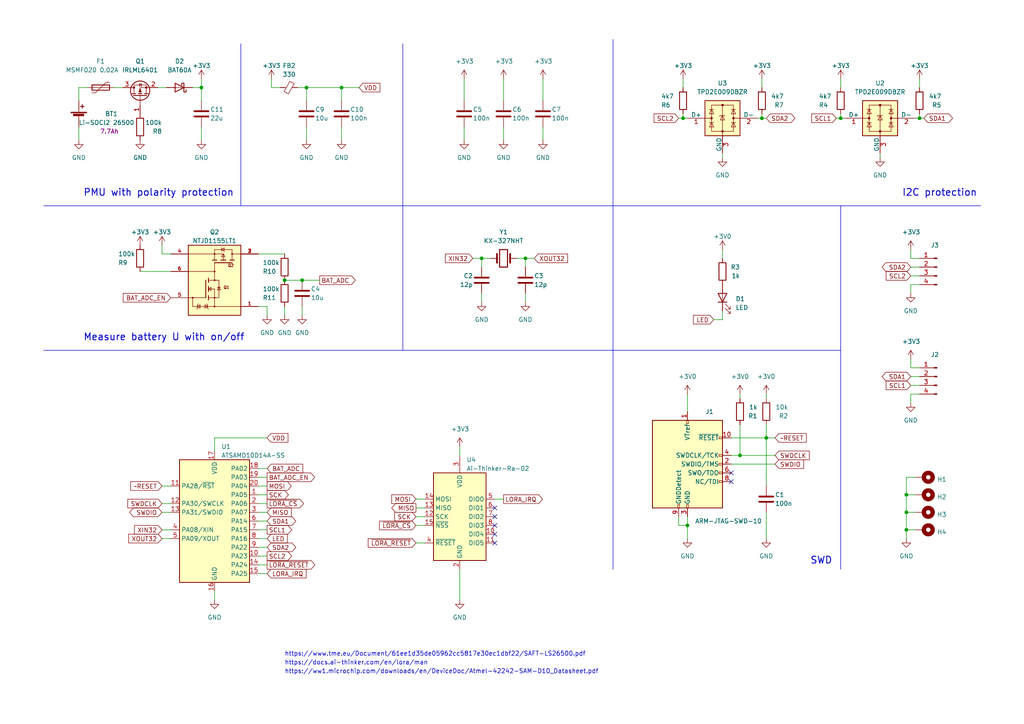
<source format=kicad_sch>
(kicad_sch (version 20230121) (generator eeschema)
  (paper "A4")
  (lib_symbols
    (symbol "Connector:Conn_01x04_Pin" (pin_names (offset 1.016) hide)
      (property "Reference" "J" (at 0 5.08 0))
      (property "Value" "Conn_01x04_Pin" (at 0 -7.62 0))
      (symbol "Conn_01x04_Pin_1_1"
        (pin passive line (at 5.08 2.54 180) (length 3.81) (name "Pin_1") (number "1"))
        (pin passive line (at 5.08 0 180) (length 3.81) (name "Pin_2") (number "2"))
        (pin passive line (at 5.08 -2.54 180) (length 3.81) (name "Pin_3") (number "3"))
        (pin passive line (at 5.08 -5.08 180) (length 3.81) (name "Pin_4") (number "4"))
      )
    )
    (symbol "Connector:Conn_ARM_JTAG_SWD_10" (pin_names (offset 1.016))
      (property "Reference" "J" (at -2.54 16.51 0))
      (property "Value" "Conn_ARM_JTAG_SWD_10" (at -2.54 13.97 0))
      (symbol "Conn_ARM_JTAG_SWD_10_1_1"
        (pin power_in line (at 0 15.24 270) (length 2.54) (name "VTref") (number "1"))
        (pin open_collector line (at 12.7 7.62 180) (length 2.54) (name "~{RESET}") (number "10"))
        (pin bidirectional line (at 12.7 0 180) (length 2.54) (name "SWDIO/TMS") (number "2"))
        (pin power_in line (at 0 -15.24 90) (length 2.54) (name "GND") (number "3"))
        (pin output line (at 12.7 2.54 180) (length 2.54) (name "SWDCLK/TCK") (number "4"))
        (pin passive line (at 0 -15.24 90) (length 2.54) hide (name "GND") (number "5"))
        (pin input line (at 12.7 -2.54 180) (length 2.54) (name "SWO/TDO") (number "6"))
        (pin no_connect line (at -10.16 0 0) (length 2.54) hide (name "KEY") (number "7"))
        (pin output line (at 12.7 -5.08 180) (length 2.54) (name "NC/TDI") (number "8"))
        (pin passive line (at -2.54 -15.24 90) (length 2.54) (name "GNDDetect") (number "9"))
      )
    )
    (symbol "Device:Battery_Cell" (pin_numbers hide) (pin_names (offset 0) hide)
      (property "Reference" "BT" (at 2.54 2.54 0))
      (property "Value" "Battery_Cell" (at 2.54 0 0))
      (symbol "Battery_Cell_1_1"
        (pin passive line (at 0 5.08 270) (length 2.54) (name "+") (number "1"))
        (pin passive line (at 0 -2.54 90) (length 2.54) (name "-") (number "2"))
      )
    )
    (symbol "Device:C" (pin_numbers hide) (pin_names (offset 0.254))
      (property "Reference" "C" (at 0.635 2.54 0))
      (property "Value" "C" (at 0.635 -2.54 0))
      (symbol "C_1_1"
        (pin passive line (at 0 3.81 270) (length 2.794) (name "~") (number "1"))
        (pin passive line (at 0 -3.81 90) (length 2.794) (name "~") (number "2"))
      )
    )
    (symbol "Device:Crystal" (pin_numbers hide) (pin_names (offset 1.016) hide)
      (property "Reference" "Y" (at 0 3.81 0))
      (property "Value" "Crystal" (at 0 -3.81 0))
      (symbol "Crystal_1_1"
        (pin passive line (at -3.81 0 0) (length 1.27) (name "1") (number "1"))
        (pin passive line (at 3.81 0 180) (length 1.27) (name "2") (number "2"))
      )
    )
    (symbol "Device:FerriteBead_Small" (pin_numbers hide) (pin_names (offset 0))
      (property "Reference" "FB" (at 1.905 1.27 0))
      (property "Value" "FerriteBead_Small" (at 1.905 -1.27 0))
      (symbol "FerriteBead_Small_1_1"
        (pin passive line (at 0 2.54 270) (length 1.27) (name "~") (number "1"))
        (pin passive line (at 0 -2.54 90) (length 1.27) (name "~") (number "2"))
      )
    )
    (symbol "Device:LED" (pin_numbers hide) (pin_names (offset 1.016) hide)
      (property "Reference" "D" (at 0 2.54 0))
      (property "Value" "LED" (at 0 -2.54 0))
      (symbol "LED_1_1"
        (pin passive line (at -3.81 0 0) (length 2.54) (name "K") (number "1"))
        (pin passive line (at 3.81 0 180) (length 2.54) (name "A") (number "2"))
      )
    )
    (symbol "Device:Polyfuse" (pin_numbers hide) (pin_names (offset 0))
      (property "Reference" "F" (at -2.54 0 90))
      (property "Value" "Polyfuse" (at 2.54 0 90))
      (symbol "Polyfuse_1_1"
        (pin passive line (at 0 3.81 270) (length 1.27) (name "~") (number "1"))
        (pin passive line (at 0 -3.81 90) (length 1.27) (name "~") (number "2"))
      )
    )
    (symbol "Device:Q_PMOS_GSD" (pin_names (offset 0) hide)
      (property "Reference" "Q" (at 5.08 1.27 0))
      (property "Value" "Q_PMOS_GSD" (at 5.08 -1.27 0))
      (symbol "Q_PMOS_GSD_1_1"
        (pin input line (at -5.08 0 0) (length 2.54) (name "G") (number "1"))
        (pin passive line (at 2.54 -5.08 90) (length 2.54) (name "S") (number "2"))
        (pin passive line (at 2.54 5.08 270) (length 2.54) (name "D") (number "3"))
      )
    )
    (symbol "Device:R" (pin_numbers hide) (pin_names (offset 0))
      (property "Reference" "R" (at 2.032 0 90))
      (property "Value" "R" (at 0 0 90))
      (symbol "R_1_1"
        (pin passive line (at 0 3.81 270) (length 1.27) (name "~") (number "1"))
        (pin passive line (at 0 -3.81 90) (length 1.27) (name "~") (number "2"))
      )
    )
    (symbol "Diode:BAT60A" (pin_numbers hide) (pin_names (offset 1.016) hide)
      (property "Reference" "D" (at 0 2.54 0))
      (property "Value" "BAT60A" (at 0 -2.54 0))
      (symbol "BAT60A_1_1"
        (pin passive line (at -3.81 0 0) (length 2.54) (name "K") (number "1"))
        (pin passive line (at 3.81 0 180) (length 2.54) (name "A") (number "2"))
      )
    )
    (symbol "MCU_Microchip_SAMD:ATSAMD10D14A-SS"
      (property "Reference" "U" (at -10.16 19.05 0))
      (property "Value" "ATSAMD10D14A-SS" (at 1.27 19.05 0))
      (symbol "ATSAMD10D14A-SS_1_1"
        (pin bidirectional line (at 12.7 7.62 180) (length 2.54) (name "PA05") (number "1"))
        (pin bidirectional line (at 12.7 -10.16 180) (length 2.54) (name "PA23") (number "10"))
        (pin bidirectional line (at -12.7 10.16 0) (length 2.54) (name "PA28/~{RST}") (number "11"))
        (pin bidirectional line (at -12.7 5.08 0) (length 2.54) (name "PA30/SWCLK") (number "12"))
        (pin bidirectional line (at -12.7 2.54 0) (length 2.54) (name "PA31/SWDIO") (number "13"))
        (pin bidirectional line (at 12.7 -12.7 180) (length 2.54) (name "PA24") (number "14"))
        (pin bidirectional line (at 12.7 -15.24 180) (length 2.54) (name "PA25") (number "15"))
        (pin power_in line (at 0 -20.32 90) (length 2.54) (name "GND") (number "16"))
        (pin power_in line (at 0 20.32 270) (length 2.54) (name "VDD") (number "17"))
        (pin bidirectional line (at 12.7 15.24 180) (length 2.54) (name "PA02") (number "18"))
        (pin bidirectional line (at 12.7 12.7 180) (length 2.54) (name "PA03") (number "19"))
        (pin bidirectional line (at 12.7 5.08 180) (length 2.54) (name "PA06") (number "2"))
        (pin bidirectional line (at 12.7 10.16 180) (length 2.54) (name "PA04") (number "20"))
        (pin bidirectional line (at 12.7 2.54 180) (length 2.54) (name "PA07") (number "3"))
        (pin bidirectional line (at -12.7 -2.54 0) (length 2.54) (name "PA08/XIN") (number "4"))
        (pin bidirectional line (at -12.7 -5.08 0) (length 2.54) (name "PA09/XOUT") (number "5"))
        (pin bidirectional line (at 12.7 0 180) (length 2.54) (name "PA14") (number "6"))
        (pin bidirectional line (at 12.7 -2.54 180) (length 2.54) (name "PA15") (number "7"))
        (pin bidirectional line (at 12.7 -5.08 180) (length 2.54) (name "PA16") (number "8"))
        (pin bidirectional line (at 12.7 -7.62 180) (length 2.54) (name "PA22") (number "9"))
      )
    )
    (symbol "Mechanical:MountingHole_Pad" (pin_numbers hide) (pin_names (offset 1.016) hide)
      (property "Reference" "H" (at 0 6.35 0))
      (property "Value" "MountingHole_Pad" (at 0 4.445 0))
      (symbol "MountingHole_Pad_1_1"
        (pin input line (at 0 -2.54 90) (length 2.54) (name "1") (number "1"))
      )
    )
    (symbol "NTJD1155LT1:NTJD1155LT1" (pin_names (offset 1.016) hide)
      (property "Reference" "Q" (at -7.62 10.668 0))
      (property "Value" "NTJD1155LT1" (at -7.62 -10.668 0))
      (symbol "NTJD1155LT1_0_0"
        (text "Q1" (at 2.54 -2.54 0) (effects (font (size 0.8128 0.8128)) (justify left bottom)))
        (text "Q2" (at 3.81 3.81 0) (effects (font (size 0.8128 0.8128)) (justify left bottom)))
        (pin passive line (at 12.7 -7.62 180) (length 5.08) (name "~") (number "1"))
        (pin passive line (at 12.7 7.62 180) (length 5.08) (name "~") (number "2"))
        (pin passive line (at 12.7 7.62 180) (length 5.08) (name "~") (number "3"))
        (pin passive line (at -12.7 7.62 0) (length 5.08) (name "~") (number "4"))
        (pin passive line (at -12.7 -5.08 0) (length 5.08) (name "~") (number "5"))
        (pin passive line (at -12.7 2.54 0) (length 5.08) (name "~") (number "6"))
      )
    )
    (symbol "Power_Protection:TPD2EUSB30A" (pin_names (offset 0))
      (property "Reference" "U" (at 0 6.35 0))
      (property "Value" "TPD2EUSB30A" (at 7.62 -7.62 0))
      (symbol "TPD2EUSB30A_1_1"
        (pin passive line (at -10.16 0 0) (length 5.08) (name "D+") (number "1"))
        (pin passive line (at 10.16 0 180) (length 5.08) (name "D-") (number "2"))
        (pin passive line (at 0 -10.16 90) (length 5.08) (name "GND") (number "3"))
      )
    )
    (symbol "RF_Module:Ai-Thinker-Ra-02"
      (property "Reference" "U" (at 2.54 19.05 0))
      (property "Value" "Ai-Thinker-Ra-02" (at 13.97 -15.24 0))
      (symbol "Ai-Thinker-Ra-02_1_1"
        (pin passive line (at 0 -15.24 90) (length 2.54) hide (name "GND") (number "1"))
        (pin bidirectional line (at 10.16 -5.08 180) (length 2.54) (name "DIO4") (number "10"))
        (pin bidirectional line (at 10.16 -7.62 180) (length 2.54) (name "DIO5") (number "11"))
        (pin input line (at -10.16 0 0) (length 2.54) (name "SCK") (number "12"))
        (pin output line (at -10.16 2.54 0) (length 2.54) (name "MISO") (number "13"))
        (pin input line (at -10.16 5.08 0) (length 2.54) (name "MOSI") (number "14"))
        (pin input line (at -10.16 -2.54 0) (length 2.54) (name "~{NSS}") (number "15"))
        (pin passive line (at 0 -15.24 90) (length 2.54) hide (name "GND") (number "16"))
        (pin power_in line (at 0 -15.24 90) (length 2.54) (name "GND") (number "2"))
        (pin power_in line (at 0 17.78 270) (length 5.08) (name "VDD") (number "3"))
        (pin input line (at -10.16 -7.62 0) (length 2.54) (name "~{RESET}") (number "4"))
        (pin bidirectional line (at 10.16 5.08 180) (length 2.54) (name "DIO0") (number "5"))
        (pin bidirectional line (at 10.16 2.54 180) (length 2.54) (name "DIO1") (number "6"))
        (pin bidirectional line (at 10.16 0 180) (length 2.54) (name "DIO2") (number "7"))
        (pin bidirectional line (at 10.16 -2.54 180) (length 2.54) (name "DIO3") (number "8"))
        (pin passive line (at 0 -15.24 90) (length 2.54) hide (name "GND") (number "9"))
      )
    )
    (symbol "power:+3V0" (power) (pin_names (offset 0))
      (property "Value" "+3V0" (at 0 3.556 0))
      (symbol "+3V0_1_1"
        (pin power_in line (at 0 0 90) (length 0) hide (name "+3V0") (number "1"))
      )
    )
    (symbol "power:+3V3" (power) (pin_names (offset 0))
      (property "Value" "+3V3" (at 0 3.556 0))
      (symbol "+3V3_1_1"
        (pin power_in line (at 0 0 90) (length 0) hide (name "+3V3") (number "1"))
      )
    )
    (symbol "power:GND" (power) (pin_names (offset 0))
      (property "Value" "GND" (at 0 -3.81 0))
      (symbol "GND_1_1"
        (pin power_in line (at 0 0 270) (length 0) hide (name "GND") (number "1"))
      )
    )
  )
  (junction (at 152.4 74.93))
  (junction (at 139.7 74.93))
  (junction (at 243.84 34.29))
  (junction (at 88.9 25.4))
  (junction (at 87.63 81.28))
  (junction (at 82.55 81.28))
  (junction (at 262.89 148.59))
  (junction (at 220.98 34.29))
  (junction (at 266.7 34.29))
  (junction (at 199.39 152.4))
  (junction (at 58.42 25.4))
  (junction (at 262.89 153.67))
  (junction (at 222.25 127))
  (junction (at 99.06 25.4))
  (junction (at 262.89 143.51))
  (junction (at 214.63 132.08))
  (junction (at 198.12 34.29))
  (no_connect (at 143.51 152.4))
  (no_connect (at 143.51 157.48))
  (no_connect (at 143.51 154.94))
  (no_connect (at 143.51 147.32))
  (no_connect (at 143.51 149.86))
  (no_connect (at 212.09 137.16))
  (no_connect (at 212.09 139.7))
  (wire (pts (xy 207.01 92.71) (xy 209.55 92.71)))
  (wire (pts (xy 242.57 34.29) (xy 243.84 34.29)))
  (wire (pts (xy 77.47 140.97) (xy 74.93 140.97)))
  (wire (pts (xy 62.23 127) (xy 62.23 130.81)))
  (wire (pts (xy 199.39 152.4) (xy 199.39 149.86)))
  (polyline (pts (xy 177.8 101.6) (xy 243.84 101.6)))
  (wire (pts (xy 120.65 149.86) (xy 123.19 149.86)))
  (wire (pts (xy 266.7 22.86) (xy 266.7 25.4)))
  (wire (pts (xy 222.25 148.59) (xy 222.25 156.21)))
  (polyline (pts (xy 12.7 59.69) (xy 284.48 59.69)))
  (wire (pts (xy 152.4 74.93) (xy 154.94 74.93)))
  (wire (pts (xy 264.16 116.84) (xy 264.16 114.3)))
  (wire (pts (xy 82.55 81.28) (xy 87.63 81.28)))
  (wire (pts (xy 152.4 77.47) (xy 152.4 74.93)))
  (wire (pts (xy 74.93 138.43) (xy 77.47 138.43)))
  (wire (pts (xy 22.86 25.4) (xy 25.4 25.4)))
  (wire (pts (xy 224.79 134.62) (xy 212.09 134.62)))
  (wire (pts (xy 77.47 161.29) (xy 74.93 161.29)))
  (wire (pts (xy 99.06 25.4) (xy 104.14 25.4)))
  (polyline (pts (xy 243.84 59.69) (xy 243.84 165.1)))
  (wire (pts (xy 74.93 135.89) (xy 77.47 135.89)))
  (wire (pts (xy 77.47 127) (xy 62.23 127)))
  (wire (pts (xy 139.7 74.93) (xy 142.24 74.93)))
  (wire (pts (xy 264.16 106.68) (xy 266.7 106.68)))
  (wire (pts (xy 77.47 146.05) (xy 74.93 146.05)))
  (wire (pts (xy 58.42 36.83) (xy 58.42 40.64)))
  (wire (pts (xy 222.25 123.19) (xy 222.25 127)))
  (wire (pts (xy 220.98 22.86) (xy 220.98 25.4)))
  (polyline (pts (xy 116.84 101.6) (xy 177.8 101.6)))
  (wire (pts (xy 146.05 22.86) (xy 146.05 29.21)))
  (wire (pts (xy 262.89 148.59) (xy 262.89 143.51)))
  (wire (pts (xy 137.16 74.93) (xy 139.7 74.93)))
  (wire (pts (xy 264.16 77.47) (xy 266.7 77.47)))
  (wire (pts (xy 146.05 144.78) (xy 143.51 144.78)))
  (wire (pts (xy 224.79 127) (xy 222.25 127)))
  (wire (pts (xy 78.74 22.86) (xy 78.74 25.4)))
  (wire (pts (xy 264.16 85.09) (xy 264.16 82.55)))
  (wire (pts (xy 157.48 40.64) (xy 157.48 36.83)))
  (wire (pts (xy 120.65 152.4) (xy 123.19 152.4)))
  (wire (pts (xy 99.06 25.4) (xy 99.06 29.21)))
  (wire (pts (xy 88.9 25.4) (xy 88.9 29.21)))
  (wire (pts (xy 243.84 33.02) (xy 243.84 34.29)))
  (wire (pts (xy 222.25 140.97) (xy 222.25 127)))
  (wire (pts (xy 46.99 146.05) (xy 49.53 146.05)))
  (wire (pts (xy 198.12 22.86) (xy 198.12 25.4)))
  (wire (pts (xy 77.47 153.67) (xy 74.93 153.67)))
  (wire (pts (xy 209.55 72.39) (xy 209.55 74.93)))
  (wire (pts (xy 152.4 87.63) (xy 152.4 85.09)))
  (wire (pts (xy 99.06 40.64) (xy 99.06 36.83)))
  (wire (pts (xy 74.93 73.66) (xy 82.55 73.66)))
  (wire (pts (xy 266.7 33.02) (xy 266.7 34.29)))
  (wire (pts (xy 222.25 114.3) (xy 222.25 115.57)))
  (wire (pts (xy 264.16 109.22) (xy 266.7 109.22)))
  (wire (pts (xy 22.86 29.21) (xy 22.86 25.4)))
  (wire (pts (xy 146.05 40.64) (xy 146.05 36.83)))
  (wire (pts (xy 46.99 71.12) (xy 46.99 73.66)))
  (wire (pts (xy 78.74 25.4) (xy 81.28 25.4)))
  (wire (pts (xy 120.65 147.32) (xy 123.19 147.32)))
  (wire (pts (xy 262.89 143.51) (xy 262.89 138.43)))
  (wire (pts (xy 139.7 77.47) (xy 139.7 74.93)))
  (polyline (pts (xy 177.8 11.43) (xy 177.8 59.69)))
  (wire (pts (xy 264.16 74.93) (xy 266.7 74.93)))
  (wire (pts (xy 134.62 22.86) (xy 134.62 29.21)))
  (wire (pts (xy 87.63 81.28) (xy 92.71 81.28)))
  (wire (pts (xy 214.63 132.08) (xy 224.79 132.08)))
  (wire (pts (xy 212.09 132.08) (xy 214.63 132.08)))
  (wire (pts (xy 58.42 29.21) (xy 58.42 25.4)))
  (wire (pts (xy 262.89 153.67) (xy 262.89 148.59)))
  (wire (pts (xy 46.99 153.67) (xy 49.53 153.67)))
  (wire (pts (xy 88.9 40.64) (xy 88.9 36.83)))
  (wire (pts (xy 198.12 34.29) (xy 199.39 34.29)))
  (wire (pts (xy 196.85 152.4) (xy 199.39 152.4)))
  (wire (pts (xy 77.47 148.59) (xy 74.93 148.59)))
  (wire (pts (xy 58.42 25.4) (xy 58.42 22.86)))
  (wire (pts (xy 88.9 25.4) (xy 99.06 25.4)))
  (wire (pts (xy 196.85 149.86) (xy 196.85 152.4)))
  (wire (pts (xy 264.16 111.76) (xy 266.7 111.76)))
  (polyline (pts (xy 12.7 101.6) (xy 116.84 101.6)))
  (wire (pts (xy 134.62 40.64) (xy 134.62 36.83)))
  (wire (pts (xy 40.64 78.74) (xy 49.53 78.74)))
  (wire (pts (xy 55.88 25.4) (xy 58.42 25.4)))
  (wire (pts (xy 46.99 73.66) (xy 49.53 73.66)))
  (wire (pts (xy 243.84 34.29) (xy 245.11 34.29)))
  (polyline (pts (xy 69.85 12.7) (xy 69.85 59.69)))
  (wire (pts (xy 120.65 157.48) (xy 123.19 157.48)))
  (wire (pts (xy 220.98 34.29) (xy 222.25 34.29)))
  (wire (pts (xy 265.43 34.29) (xy 266.7 34.29)))
  (wire (pts (xy 48.26 25.4) (xy 45.72 25.4)))
  (wire (pts (xy 198.12 33.02) (xy 198.12 34.29)))
  (wire (pts (xy 196.85 34.29) (xy 198.12 34.29)))
  (wire (pts (xy 22.86 36.83) (xy 22.86 40.64)))
  (wire (pts (xy 74.93 166.37) (xy 77.47 166.37)))
  (wire (pts (xy 209.55 44.45) (xy 209.55 45.72)))
  (wire (pts (xy 214.63 123.19) (xy 214.63 132.08)))
  (wire (pts (xy 46.99 140.97) (xy 49.53 140.97)))
  (wire (pts (xy 262.89 138.43) (xy 265.43 138.43)))
  (wire (pts (xy 74.93 163.83) (xy 77.47 163.83)))
  (wire (pts (xy 264.16 72.39) (xy 264.16 74.93)))
  (wire (pts (xy 133.35 165.1) (xy 133.35 173.99)))
  (wire (pts (xy 33.02 25.4) (xy 35.56 25.4)))
  (wire (pts (xy 157.48 22.86) (xy 157.48 29.21)))
  (wire (pts (xy 199.39 156.21) (xy 199.39 152.4)))
  (wire (pts (xy 86.36 25.4) (xy 88.9 25.4)))
  (wire (pts (xy 77.47 151.13) (xy 74.93 151.13)))
  (wire (pts (xy 214.63 114.3) (xy 214.63 115.57)))
  (wire (pts (xy 46.99 156.21) (xy 49.53 156.21)))
  (wire (pts (xy 262.89 148.59) (xy 265.43 148.59)))
  (wire (pts (xy 243.84 22.86) (xy 243.84 25.4)))
  (wire (pts (xy 77.47 158.75) (xy 74.93 158.75)))
  (wire (pts (xy 62.23 173.99) (xy 62.23 171.45)))
  (wire (pts (xy 262.89 153.67) (xy 265.43 153.67)))
  (wire (pts (xy 87.63 91.44) (xy 87.63 88.9)))
  (wire (pts (xy 220.98 33.02) (xy 220.98 34.29)))
  (wire (pts (xy 264.16 114.3) (xy 266.7 114.3)))
  (wire (pts (xy 262.89 143.51) (xy 265.43 143.51)))
  (wire (pts (xy 77.47 143.51) (xy 74.93 143.51)))
  (wire (pts (xy 82.55 88.9) (xy 82.55 91.44)))
  (wire (pts (xy 120.65 144.78) (xy 123.19 144.78)))
  (wire (pts (xy 209.55 92.71) (xy 209.55 90.17)))
  (polyline (pts (xy 116.84 12.7) (xy 116.84 59.69)))
  (wire (pts (xy 264.16 104.14) (xy 264.16 106.68)))
  (wire (pts (xy 77.47 156.21) (xy 74.93 156.21)))
  (wire (pts (xy 255.27 44.45) (xy 255.27 45.72)))
  (wire (pts (xy 264.16 80.01) (xy 266.7 80.01)))
  (wire (pts (xy 219.71 34.29) (xy 220.98 34.29)))
  (wire (pts (xy 212.09 127) (xy 222.25 127)))
  (wire (pts (xy 133.35 129.54) (xy 133.35 132.08)))
  (wire (pts (xy 266.7 34.29) (xy 267.97 34.29)))
  (wire (pts (xy 139.7 87.63) (xy 139.7 85.09)))
  (polyline (pts (xy 116.84 101.6) (xy 116.84 59.69)))
  (wire (pts (xy 77.47 88.9) (xy 74.93 88.9)))
  (wire (pts (xy 77.47 91.44) (xy 77.47 88.9)))
  (wire (pts (xy 264.16 82.55) (xy 266.7 82.55)))
  (wire (pts (xy 46.99 148.59) (xy 49.53 148.59)))
  (wire (pts (xy 262.89 156.21) (xy 262.89 153.67)))
  (polyline (pts (xy 177.8 59.69) (xy 177.8 165.1)))
  (wire (pts (xy 199.39 114.3) (xy 199.39 119.38)))
  (wire (pts (xy 152.4 74.93) (xy 149.86 74.93)))
  (text "https://ww1.microchip.com/downloads/en/DeviceDoc/Atmel-42242-SAM-D10_Datasheet.pdf" (at 82.55 195.58 0) (effects (font (size 1.27 1.27)) (justify left bottom)))
  (text "PMU with polarity protection" (at 24.13 57.15 0) (effects (font (size 2 2) (thickness 0.254) bold) (justify left bottom)))
  (text "SWD\n" (at 234.95 163.83 0) (effects (font (size 2 2) (thickness 0.254) bold) (justify left bottom)))
  (text "I2C protection\n" (at 261.62 57.15 0) (effects (font (size 2 2) (thickness 0.254) bold) (justify left bottom)))
  (text "https://www.tme.eu/Document/61ee1d35de05962cc5817e30ec1dbf22/SAFT-LS26500.pdf" (at 82.55 190.5 0) (effects (font (size 1.27 1.27)) (justify left bottom)))
  (text "https://docs.ai-thinker.com/en/lora/man" (at 82.55 193.04 0) (effects (font (size 1.27 1.27)) (justify left bottom)))
  (text "Measure battery U with on/off\n" (at 24.13 99.06 0) (effects (font (size 2 2) (thickness 0.254) bold) (justify left bottom)))
  (global_label "SCL2" (shape input) (at 196.85 34.29 180) (property "Intersheetrefs" "${INTERSHEET_REFS}" (effects hide)))
  (global_label "SCL1" (shape output) (at 77.47 153.67 0) (property "Intersheetrefs" "${INTERSHEET_REFS}" (effects hide)))
  (global_label "~RESET" (shape input) (at 224.79 127 0) (property "Intersheetrefs" "${INTERSHEET_REFS}" (effects hide)))
  (global_label "BAT_ADC" (shape input) (at 77.47 135.89 0) (property "Intersheetrefs" "${INTERSHEET_REFS}" (effects hide)))
  (global_label "VDD" (shape input) (at 77.47 127 0) (property "Intersheetrefs" "${INTERSHEET_REFS}" (effects hide)))
  (global_label "SCL1" (shape input) (at 264.16 111.76 180) (property "Intersheetrefs" "${INTERSHEET_REFS}" (effects hide)))
  (global_label "~{LORA_CS}" (shape input) (at 120.65 152.4 180) (property "Intersheetrefs" "${INTERSHEET_REFS}" (effects hide)))
  (global_label "SWDIO" (shape input) (at 224.79 134.62 0) (property "Intersheetrefs" "${INTERSHEET_REFS}" (effects hide)))
  (global_label "SDA1" (shape bidirectional) (at 77.47 151.13 0) (property "Intersheetrefs" "${INTERSHEET_REFS}" (effects hide)))
  (global_label "SDA1" (shape bidirectional) (at 264.16 109.22 180) (property "Intersheetrefs" "${INTERSHEET_REFS}" (effects hide)))
  (global_label "MOSI" (shape output) (at 77.47 140.97 0) (property "Intersheetrefs" "${INTERSHEET_REFS}" (effects hide)))
  (global_label "XOUT32" (shape input) (at 46.99 156.21 180) (property "Intersheetrefs" "${INTERSHEET_REFS}" (effects hide)))
  (global_label "LORA_IRQ" (shape output) (at 146.05 144.78 0) (property "Intersheetrefs" "${INTERSHEET_REFS}" (effects hide)))
  (global_label "SDA2" (shape bidirectional) (at 264.16 77.47 180) (property "Intersheetrefs" "${INTERSHEET_REFS}" (effects hide)))
  (global_label "XIN32" (shape input) (at 46.99 153.67 180) (property "Intersheetrefs" "${INTERSHEET_REFS}" (effects hide)))
  (global_label "SWDCLK" (shape input) (at 46.99 146.05 180) (property "Intersheetrefs" "${INTERSHEET_REFS}" (effects hide)))
  (global_label "SCL2" (shape input) (at 264.16 80.01 180) (property "Intersheetrefs" "${INTERSHEET_REFS}" (effects hide)))
  (global_label "LED" (shape input) (at 207.01 92.71 180) (property "Intersheetrefs" "${INTERSHEET_REFS}" (effects hide)))
  (global_label "~{LORA_RESET}" (shape output) (at 77.47 163.83 0) (property "Intersheetrefs" "${INTERSHEET_REFS}" (effects hide)))
  (global_label "MISO" (shape output) (at 120.65 147.32 180) (property "Intersheetrefs" "${INTERSHEET_REFS}" (effects hide)))
  (global_label "~{LORA_RESET}" (shape input) (at 120.65 157.48 180) (property "Intersheetrefs" "${INTERSHEET_REFS}" (effects hide)))
  (global_label "XIN32" (shape input) (at 137.16 74.93 180) (property "Intersheetrefs" "${INTERSHEET_REFS}" (effects hide)))
  (global_label "LED" (shape input) (at 77.47 156.21 0) (property "Intersheetrefs" "${INTERSHEET_REFS}" (effects hide)))
  (global_label "MISO" (shape input) (at 77.47 148.59 0) (property "Intersheetrefs" "${INTERSHEET_REFS}" (effects hide)))
  (global_label "~{LORA_CS}" (shape output) (at 77.47 146.05 0) (property "Intersheetrefs" "${INTERSHEET_REFS}" (effects hide)))
  (global_label "LORA_IRQ" (shape input) (at 77.47 166.37 0) (property "Intersheetrefs" "${INTERSHEET_REFS}" (effects hide)))
  (global_label "SWDIO" (shape bidirectional) (at 46.99 148.59 180) (property "Intersheetrefs" "${INTERSHEET_REFS}" (effects hide)))
  (global_label "SCL1" (shape input) (at 242.57 34.29 180) (property "Intersheetrefs" "${INTERSHEET_REFS}" (effects hide)))
  (global_label "BAT_ADC" (shape output) (at 92.71 81.28 0) (property "Intersheetrefs" "${INTERSHEET_REFS}" (effects hide)))
  (global_label "~RESET" (shape input) (at 46.99 140.97 180) (property "Intersheetrefs" "${INTERSHEET_REFS}" (effects hide)))
  (global_label "SWDCLK" (shape input) (at 224.79 132.08 0) (property "Intersheetrefs" "${INTERSHEET_REFS}" (effects hide)))
  (global_label "BAT_ADC_EN" (shape output) (at 77.47 138.43 0) (property "Intersheetrefs" "${INTERSHEET_REFS}" (effects hide)))
  (global_label "SDA2" (shape bidirectional) (at 77.47 158.75 0) (property "Intersheetrefs" "${INTERSHEET_REFS}" (effects hide)))
  (global_label "BAT_ADC_EN" (shape input) (at 49.53 86.36 180) (property "Intersheetrefs" "${INTERSHEET_REFS}" (effects hide)))
  (global_label "VDD" (shape input) (at 104.14 25.4 0) (property "Intersheetrefs" "${INTERSHEET_REFS}" (effects hide)))
  (global_label "SCK" (shape output) (at 77.47 143.51 0) (property "Intersheetrefs" "${INTERSHEET_REFS}" (effects hide)))
  (global_label "XOUT32" (shape input) (at 154.94 74.93 0) (property "Intersheetrefs" "${INTERSHEET_REFS}" (effects hide)))
  (global_label "MOSI" (shape input) (at 120.65 144.78 180) (property "Intersheetrefs" "${INTERSHEET_REFS}" (effects hide)))
  (global_label "SDA1" (shape bidirectional) (at 267.97 34.29 0) (property "Intersheetrefs" "${INTERSHEET_REFS}" (effects hide)))
  (global_label "SCL2" (shape output) (at 77.47 161.29 0) (property "Intersheetrefs" "${INTERSHEET_REFS}" (effects hide)))
  (global_label "SCK" (shape input) (at 120.65 149.86 180) (property "Intersheetrefs" "${INTERSHEET_REFS}" (effects hide)))
  (global_label "SDA2" (shape bidirectional) (at 222.25 34.29 0) (property "Intersheetrefs" "${INTERSHEET_REFS}" (effects hide)))
  (symbol (lib_id "power:GND") (at 77.47 91.44 0) (mirror y) (unit 1)
    (property "Reference" "#PWR014" (effects hide))
    (property "Value" "GND" (at 77.47 96.52 0))
  )
  (symbol (lib_id "Device:R") (at 214.63 119.38 0) (unit 1)
    (property "Reference" "R1" (at 219.71 120.65 0) (effects (justify right)))
    (property "Value" "1k" (at 219.71 118.11 0) (effects (justify right)))
    (property "Footprint" "Resistor_SMD:R_0805_2012Metric_Pad1.20x1.40mm_HandSolder" (effects hide))
  )
  (symbol (lib_id "power:GND") (at 152.4 87.63 0) (unit 1)
    (property "Reference" "#PWR08" (effects hide))
    (property "Value" "GND" (at 152.4 92.71 0))
  )
  (symbol (lib_id "power:GND") (at 40.64 40.64 0) (unit 1)
    (property "Reference" "#PWR029" (effects hide))
    (property "Value" "GND" (at 40.64 45.72 0))
  )
  (symbol (lib_id "Device:C") (at 222.25 144.78 0) (unit 1)
    (property "Reference" "C1" (at 224.79 143.51 0) (effects (justify left)))
    (property "Value" "100n" (at 224.79 146.05 0) (effects (justify left)))
    (property "Footprint" "Capacitor_SMD:C_0805_2012Metric_Pad1.18x1.45mm_HandSolder" (effects hide))
  )
  (symbol (lib_id "Device:C") (at 134.62 33.02 0) (unit 1)
    (property "Reference" "C5" (at 137.16 31.75 0) (effects (justify left)))
    (property "Value" "100n" (at 137.16 34.29 0) (effects (justify left)))
    (property "Footprint" "Capacitor_SMD:C_0805_2012Metric_Pad1.18x1.45mm_HandSolder" (effects hide))
  )
  (symbol (lib_id "power:GND") (at 264.16 116.84 0) (unit 1)
    (property "Reference" "#PWR039" (effects hide))
    (property "Value" "GND" (at 264.16 121.92 0))
  )
  (symbol (lib_id "Device:R") (at 40.64 74.93 0) (mirror y) (unit 1)
    (property "Reference" "R9" (at 34.29 76.2 0) (effects (justify right)))
    (property "Value" "100k" (at 34.29 73.66 0) (effects (justify right)))
    (property "Footprint" "Resistor_SMD:R_0805_2012Metric_Pad1.20x1.40mm_HandSolder" (effects hide))
  )
  (symbol (lib_id "Device:LED") (at 209.55 86.36 90) (unit 1)
    (property "Reference" "D1" (at 213.36 86.6774 90) (effects (justify right)))
    (property "Value" "LED" (at 213.36 89.2174 90) (effects (justify right)))
    (property "Footprint" "LED_SMD:LED_0805_2012Metric_Pad1.15x1.40mm_HandSolder" (effects hide))
  )
  (symbol (lib_id "power:+3V3") (at 78.74 22.86 0) (unit 1)
    (property "Reference" "#PWR018" (effects hide))
    (property "Value" "+3V6" (at 78.74 19.05 0))
  )
  (symbol (lib_id "power:GND") (at 22.86 40.64 0) (unit 1)
    (property "Reference" "#PWR031" (effects hide))
    (property "Value" "GND" (at 22.86 45.72 0))
  )
  (symbol (lib_id "power:GND") (at 133.35 173.99 0) (mirror y) (unit 1)
    (property "Reference" "#PWR011" (effects hide))
    (property "Value" "GND" (at 133.35 179.07 0))
  )
  (symbol (lib_id "power:GND") (at 99.06 40.64 0) (unit 1)
    (property "Reference" "#PWR020" (effects hide))
    (property "Value" "GND" (at 99.06 45.72 0))
  )
  (symbol (lib_id "Device:C") (at 58.42 33.02 0) (unit 1)
    (property "Reference" "C11" (at 60.96 31.75 0) (effects (justify left)))
    (property "Value" "22u" (at 60.96 34.29 0) (effects (justify left)))
    (property "Footprint" "Capacitor_SMD:C_1206_3216Metric_Pad1.33x1.80mm_HandSolder" (effects hide))
  )
  (symbol (lib_id "power:GND") (at 88.9 40.64 0) (unit 1)
    (property "Reference" "#PWR019" (effects hide))
    (property "Value" "GND" (at 88.9 45.72 0))
  )
  (symbol (lib_id "Device:R") (at 209.55 78.74 0) (unit 1)
    (property "Reference" "R3" (at 214.63 77.47 0) (effects (justify right)))
    (property "Value" "1k" (at 214.63 80.01 0) (effects (justify right)))
    (property "Footprint" "Resistor_SMD:R_0805_2012Metric_Pad1.20x1.40mm_HandSolder" (effects hide))
  )
  (symbol (lib_id "power:GND") (at 139.7 87.63 0) (unit 1)
    (property "Reference" "#PWR07" (effects hide))
    (property "Value" "GND" (at 139.7 92.71 0))
  )
  (symbol (lib_id "Device:C") (at 99.06 33.02 0) (unit 1)
    (property "Reference" "C10" (at 101.6 31.75 0) (effects (justify left)))
    (property "Value" "100n" (at 101.6 34.29 0) (effects (justify left)))
    (property "Footprint" "Capacitor_SMD:C_0805_2012Metric_Pad1.18x1.45mm_HandSolder" (effects hide))
  )
  (symbol (lib_id "Device:R") (at 40.64 36.83 0) (unit 1)
    (property "Reference" "R8" (at 46.99 38.1 0) (effects (justify right)))
    (property "Value" "100k" (at 46.99 35.56 0) (effects (justify right)))
    (property "Footprint" "Resistor_SMD:R_0805_2012Metric_Pad1.20x1.40mm_HandSolder" (effects hide))
  )
  (symbol (lib_id "power:+3V3") (at 198.12 22.86 0) (unit 1)
    (property "Reference" "#PWR022" (effects hide))
    (property "Value" "+3V6" (at 198.12 19.05 0))
  )
  (symbol (lib_id "Connector:Conn_ARM_JTAG_SWD_10") (at 199.39 134.62 0) (unit 1)
    (property "Reference" "J1" (at 207.01 119.38 0) (effects (justify right)))
    (property "Value" "ARM-JTAG-SWD-10" (at 220.98 151.13 0) (effects (justify right)))
    (property "Footprint" "Connector_PinHeader_2.54mm:PinHeader_2x05_P2.54mm_Vertical" (effects hide))
    (property "Datasheet" "http://infocenter.arm.com/help/topic/com.arm.doc.ddi0314h/DDI0314H_coresight_components_trm.pdf" (effects hide))
  )
  (symbol (lib_id "power:+3V3") (at 266.7 22.86 0) (unit 1)
    (property "Reference" "#PWR027" (effects hide))
    (property "Value" "+3V6" (at 266.7 19.05 0))
  )
  (symbol (lib_id "power:+3V3") (at 264.16 72.39 0) (unit 1)
    (property "Reference" "#PWR037" (effects hide))
    (property "Value" "+3V6" (at 261.62 67.31 0) (effects (justify left)))
  )
  (symbol (lib_id "Device:Q_PMOS_GSD") (at 40.64 27.94 90) (unit 1)
    (property "Reference" "Q1" (at 40.64 17.78 90))
    (property "Value" "IRLML6401" (at 40.64 20.32 90))
    (property "Footprint" "Package_TO_SOT_SMD:SOT-23" (effects hide))
  )
  (symbol (lib_id "power:GND") (at 199.39 156.21 0) (unit 1)
    (property "Reference" "#PWR02" (effects hide))
    (property "Value" "GND" (at 199.39 161.29 0))
  )
  (symbol (lib_id "Mechanical:MountingHole_Pad") (at 267.97 148.59 270) (unit 1)
    (property "Reference" "H3" (at 271.78 149.225 90) (effects (justify left)))
    (property "Value" "MountingHole_Pad" (effects hide))
    (property "Footprint" "MountingHole:MountingHole_3.2mm_M3_Pad_Via" (effects hide))
  )
  (symbol (lib_id "Mechanical:MountingHole_Pad") (at 267.97 138.43 270) (unit 1)
    (property "Reference" "H1" (at 271.78 139.065 90) (effects (justify left)))
    (property "Value" "MountingHole_Pad" (effects hide))
    (property "Footprint" "MountingHole:MountingHole_3.2mm_M3_Pad_Via" (effects hide))
  )
  (symbol (lib_id "Device:Crystal") (at 146.05 74.93 0) (unit 1)
    (property "Reference" "Y1" (at 146.05 67.31 0))
    (property "Value" "KX-327NHT" (at 146.05 69.85 0))
    (property "Footprint" "Crystal:Crystal_SMD_EuroQuartz_EQ161-2Pin_3.2x1.5mm_HandSoldering" (effects hide))
  )
  (symbol (lib_id "Device:R") (at 222.25 119.38 0) (unit 1)
    (property "Reference" "R2" (at 228.6 120.65 0) (effects (justify right)))
    (property "Value" "10k" (at 228.6 118.11 0) (effects (justify right)))
    (property "Footprint" "Resistor_SMD:R_0805_2012Metric_Pad1.20x1.40mm_HandSolder" (effects hide))
  )
  (symbol (lib_id "Device:C") (at 87.63 85.09 0) (unit 1)
    (property "Reference" "C4" (at 90.17 83.82 0) (effects (justify left)))
    (property "Value" "10u" (at 90.17 86.36 0) (effects (justify left)))
    (property "Footprint" "Capacitor_SMD:C_0805_2012Metric_Pad1.18x1.45mm_HandSolder" (effects hide))
  )
  (symbol (lib_id "RF_Module:Ai-Thinker-Ra-02") (at 133.35 149.86 0) (unit 1)
    (property "Reference" "U4" (at 135.3059 133.35 0) (effects (justify left)))
    (property "Value" "Ai-Thinker-Ra-02" (at 135.3059 135.89 0) (effects (justify left)))
    (property "Footprint" "RF_Module:Ai-Thinker-Ra-01-LoRa" (effects hide))
    (property "Datasheet" "http://wiki.ai-thinker.com/_media/lora/docs/c048ps01a1_ra-02_product_specification_v1.1.pdf" (effects hide))
  )
  (symbol (lib_id "Power_Protection:TPD2EUSB30A") (at 255.27 34.29 0) (unit 1)
    (property "Reference" "U2" (at 255.27 24.13 0))
    (property "Value" "TPD2E009DBZR" (at 255.27 26.67 0))
    (property "Footprint" "Package_TO_SOT_SMD:SOT-23" (effects hide))
    (property "Datasheet" "http://www.ti.com/lit/ds/symlink/tpd2eusb30a.pdf" (effects hide))
  )
  (symbol (lib_id "power:+3V3") (at 157.48 22.86 0) (unit 1)
    (property "Reference" "#PWR032" (effects hide))
    (property "Value" "+3V6" (at 154.94 17.78 0) (effects (justify left)))
  )
  (symbol (lib_id "power:GND") (at 146.05 40.64 0) (unit 1)
    (property "Reference" "#PWR017" (effects hide))
    (property "Value" "GND" (at 146.05 45.72 0))
  )
  (symbol (lib_id "power:GND") (at 264.16 85.09 0) (unit 1)
    (property "Reference" "#PWR038" (effects hide))
    (property "Value" "GND" (at 264.16 90.17 0))
  )
  (symbol (lib_id "Device:R") (at 198.12 29.21 0) (mirror y) (unit 1)
    (property "Reference" "R6" (at 191.77 30.48 0) (effects (justify right)))
    (property "Value" "4k7" (at 191.77 27.94 0) (effects (justify right)))
    (property "Footprint" "Resistor_SMD:R_0805_2012Metric_Pad1.20x1.40mm_HandSolder" (effects hide))
  )
  (symbol (lib_id "NTJD1155LT1:NTJD1155LT1") (at 62.23 81.28 0) (unit 1)
    (property "Reference" "Q2" (at 62.23 67.31 0))
    (property "Value" "NTJD1155LT1" (at 62.23 69.85 0))
    (property "Footprint" "Package_TO_SOT_SMD:SOT-363_SC-70-6_Handsoldering" (effects hide))
    (property "Datasheet" "https://www.mouser.pl/datasheet/2/427/si1869dh-1766373.pdf" (effects hide))
    (property "STANDARD" "Manufacturer recommendations" (effects hide))
    (property "MAXIMUM_PACKAGE_HEIGHT" "1.1mm" (effects hide))
    (property "MANUFACTURER" "ON Semiconductor" (effects hide))
    (property "PARTREV" "Rev. 6" (effects hide))
    (property "ALTERNATIVE" "Si1869DH" (effects hide))
  )
  (symbol (lib_id "power:+3V3") (at 58.42 22.86 0) (unit 1)
    (property "Reference" "#PWR028" (effects hide))
    (property "Value" "+3V6" (at 58.42 19.05 0))
  )
  (symbol (lib_id "Device:R") (at 220.98 29.21 0) (unit 1)
    (property "Reference" "R7" (at 227.33 30.48 0) (effects (justify right)))
    (property "Value" "4k7" (at 227.33 27.94 0) (effects (justify right)))
    (property "Footprint" "Resistor_SMD:R_0805_2012Metric_Pad1.20x1.40mm_HandSolder" (effects hide))
  )
  (symbol (lib_id "MCU_Microchip_SAMD:ATSAMD10D14A-SS") (at 62.23 151.13 0) (unit 1)
    (property "Reference" "U1" (at 64.1859 129.54 0) (effects (justify left)))
    (property "Value" "ATSAMD10D14A-SS" (at 64.1859 132.08 0) (effects (justify left)))
    (property "Footprint" "Package_SO:SOIC-20W_7.5x12.8mm_P1.27mm" (effects hide))
    (property "Datasheet" "http://ww1.microchip.com/downloads/en/DeviceDoc/Atmel-42242-SAM-D10_Datasheet.pdf" (effects hide))
  )
  (symbol (lib_id "Connector:Conn_01x04_Pin") (at 271.78 109.22 0) (mirror y) (unit 1)
    (property "Reference" "J2" (at 271.145 102.87 0))
    (property "Value" "Conn_01x04_Pin" (effects hide))
    (property "Footprint" "Connector_Wire:SolderWire-0.1sqmm_1x04_P3.6mm_D0.4mm_OD1mm_Relief" (effects hide))
  )
  (symbol (lib_id "Device:R") (at 243.84 29.21 0) (mirror y) (unit 1)
    (property "Reference" "R4" (at 237.49 30.48 0) (effects (justify right)))
    (property "Value" "4k7" (at 237.49 27.94 0) (effects (justify right)))
    (property "Footprint" "Resistor_SMD:R_0805_2012Metric_Pad1.20x1.40mm_HandSolder" (effects hide))
  )
  (symbol (lib_id "power:+3V0") (at 214.63 114.3 0) (unit 1)
    (property "Reference" "#PWR03" (effects hide))
    (property "Value" "+3V6" (at 214.63 109.22 0))
  )
  (symbol (lib_id "power:GND") (at 82.55 91.44 0) (mirror y) (unit 1)
    (property "Reference" "#PWR035" (effects hide))
    (property "Value" "GND" (at 82.55 96.52 0))
  )
  (symbol (lib_id "power:+3V0") (at 222.25 114.3 0) (unit 1)
    (property "Reference" "#PWR04" (effects hide))
    (property "Value" "+3V6" (at 222.25 109.22 0))
  )
  (symbol (lib_id "Device:C") (at 88.9 33.02 0) (unit 1)
    (property "Reference" "C9" (at 91.44 31.75 0) (effects (justify left)))
    (property "Value" "10u" (at 91.44 34.29 0) (effects (justify left)))
    (property "Footprint" "Capacitor_SMD:C_0805_2012Metric_Pad1.18x1.45mm_HandSolder" (effects hide))
  )
  (symbol (lib_id "power:GND") (at 255.27 45.72 0) (unit 1)
    (property "Reference" "#PWR023" (effects hide))
    (property "Value" "GND" (at 255.27 50.8 0))
  )
  (symbol (lib_id "Device:C") (at 152.4 81.28 0) (unit 1)
    (property "Reference" "C3" (at 154.94 80.01 0) (effects (justify left)))
    (property "Value" "12p" (at 154.94 82.55 0) (effects (justify left)))
    (property "Footprint" "Capacitor_SMD:C_0805_2012Metric_Pad1.18x1.45mm_HandSolder" (effects hide))
  )
  (symbol (lib_id "Diode:BAT60A") (at 52.07 25.4 180) (unit 1)
    (property "Reference" "D2" (at 52.07 17.78 0))
    (property "Value" "BAT60A" (at 52.07 20.32 0))
    (property "Footprint" "Diode_SMD:D_SOD-323_HandSoldering" (effects hide))
    (property "Datasheet" "https://www.infineon.com/dgdl/Infineon-BAT60ASERIES-DS-v01_01-en.pdf?fileId=db3a304313d846880113def70c9304a9" (effects hide))
  )
  (symbol (lib_id "power:GND") (at 62.23 173.99 0) (mirror y) (unit 1)
    (property "Reference" "#PWR021" (effects hide))
    (property "Value" "GND" (at 62.23 179.07 0))
  )
  (symbol (lib_id "power:+3V3") (at 243.84 22.86 0) (unit 1)
    (property "Reference" "#PWR025" (effects hide))
    (property "Value" "+3V6" (at 243.84 19.05 0))
  )
  (symbol (lib_id "power:GND") (at 262.89 156.21 0) (mirror y) (unit 1)
    (property "Reference" "#PWR09" (effects hide))
    (property "Value" "GND" (at 262.89 161.29 0))
  )
  (symbol (lib_id "power:+3V3") (at 134.62 22.86 0) (unit 1)
    (property "Reference" "#PWR012" (effects hide))
    (property "Value" "+3V6" (at 132.08 17.78 0) (effects (justify left)))
  )
  (symbol (lib_id "power:+3V3") (at 133.35 129.54 0) (unit 1)
    (property "Reference" "#PWR010" (effects hide))
    (property "Value" "+3V6" (at 130.81 124.46 0) (effects (justify left)))
  )
  (symbol (lib_id "Device:C") (at 139.7 81.28 0) (mirror y) (unit 1)
    (property "Reference" "C2" (at 137.16 80.01 0) (effects (justify left)))
    (property "Value" "12p" (at 137.16 82.55 0) (effects (justify left)))
    (property "Footprint" "Capacitor_SMD:C_0805_2012Metric_Pad1.18x1.45mm_HandSolder" (effects hide))
  )
  (symbol (lib_id "Device:R") (at 82.55 77.47 0) (mirror y) (unit 1)
    (property "Reference" "R10" (at 76.2 78.74 0) (effects (justify right)))
    (property "Value" "100k" (at 76.2 76.2 0) (effects (justify right)))
    (property "Footprint" "Resistor_SMD:R_0805_2012Metric_Pad1.20x1.40mm_HandSolder" (effects hide))
  )
  (symbol (lib_id "power:+3V3") (at 146.05 22.86 0) (unit 1)
    (property "Reference" "#PWR016" (effects hide))
    (property "Value" "+3V6" (at 143.51 17.78 0) (effects (justify left)))
  )
  (symbol (lib_id "power:GND") (at 134.62 40.64 0) (unit 1)
    (property "Reference" "#PWR013" (effects hide))
    (property "Value" "GND" (at 134.62 45.72 0))
  )
  (symbol (lib_id "Power_Protection:TPD2EUSB30A") (at 209.55 34.29 0) (unit 1)
    (property "Reference" "U3" (at 209.55 24.13 0))
    (property "Value" "TPD2E009DBZR" (at 209.55 26.67 0))
    (property "Footprint" "Package_TO_SOT_SMD:SOT-23" (effects hide))
    (property "Datasheet" "http://www.ti.com/lit/ds/symlink/tpd2eusb30a.pdf" (effects hide))
  )
  (symbol (lib_id "Device:Polyfuse") (at 29.21 25.4 270) (unit 1)
    (property "Reference" "F1" (at 27.94 17.78 90) (effects (justify left)))
    (property "Value" "MSMF020 0.02A" (at 19.05 20.32 90) (effects (justify left)))
    (property "Footprint" "Capacitor_SMD:C_1812_4532Metric_Pad1.57x3.40mm_HandSolder" (effects hide))
  )
  (symbol (lib_id "power:+3V3") (at 40.64 71.12 0) (unit 1)
    (property "Reference" "#PWR034" (effects hide))
    (property "Value" "+3V6" (at 40.64 67.31 0))
  )
  (symbol (lib_id "power:GND") (at 157.48 40.64 0) (unit 1)
    (property "Reference" "#PWR033" (effects hide))
    (property "Value" "GND" (at 157.48 45.72 0))
  )
  (symbol (lib_id "power:+3V0") (at 209.55 72.39 0) (unit 1)
    (property "Reference" "#PWR06" (effects hide))
    (property "Value" "+3V7" (at 209.55 68.58 0))
  )
  (symbol (lib_id "Device:C") (at 146.05 33.02 0) (unit 1)
    (property "Reference" "C6" (at 148.59 31.75 0) (effects (justify left)))
    (property "Value" "100n" (at 148.59 34.29 0) (effects (justify left)))
    (property "Footprint" "Capacitor_SMD:C_0805_2012Metric_Pad1.18x1.45mm_HandSolder" (effects hide))
  )
  (symbol (lib_id "power:GND") (at 87.63 91.44 0) (mirror y) (unit 1)
    (property "Reference" "#PWR036" (effects hide))
    (property "Value" "GND" (at 87.63 96.52 0))
  )
  (symbol (lib_id "Mechanical:MountingHole_Pad") (at 267.97 143.51 270) (unit 1)
    (property "Reference" "H2" (at 271.78 144.145 90) (effects (justify left)))
    (property "Value" "MountingHole_Pad" (effects hide))
    (property "Footprint" "MountingHole:MountingHole_3.2mm_M3_Pad_Via" (effects hide))
  )
  (symbol (lib_id "Mechanical:MountingHole_Pad") (at 267.97 153.67 270) (unit 1)
    (property "Reference" "H4" (at 271.78 154.305 90) (effects (justify left)))
    (property "Value" "MountingHole_Pad" (effects hide))
    (property "Footprint" "MountingHole:MountingHole_3.2mm_M3_Pad_Via" (effects hide))
  )
  (symbol (lib_id "power:+3V3") (at 220.98 22.86 0) (unit 1)
    (property "Reference" "#PWR024" (effects hide))
    (property "Value" "+3V6" (at 220.98 19.05 0))
  )
  (symbol (lib_id "Device:Battery_Cell") (at 22.86 34.29 0) (unit 1)
    (property "Reference" "BT1" (at 30.48 33.02 0) (effects (justify left)))
    (property "Value" "Li-SOCl2 26500" (at 22.86 35.56 0) (effects (justify left)))
    (property "Footprint" "footprints:BAT-26500" (effects hide))
    (property "Datasheet" "https://www.tme.eu/Document/61ee1d35de05962cc5817e30ec1dbf22/SAFT-LS26500.pdf" (effects hide))
    (property "Capacity" "7.7Ah" (at 31.75 38.1 0))
  )
  (symbol (lib_id "Device:R") (at 82.55 85.09 0) (mirror y) (unit 1)
    (property "Reference" "R11" (at 76.2 86.36 0) (effects (justify right)))
    (property "Value" "100k" (at 76.2 83.82 0) (effects (justify right)))
    (property "Footprint" "Resistor_SMD:R_0805_2012Metric_Pad1.20x1.40mm_HandSolder" (effects hide))
  )
  (symbol (lib_id "power:+3V3") (at 46.99 71.12 0) (unit 1)
    (property "Reference" "#PWR015" (effects hide))
    (property "Value" "+3V6" (at 46.99 67.31 0))
  )
  (symbol (lib_id "power:GND") (at 222.25 156.21 0) (unit 1)
    (property "Reference" "#PWR05" (effects hide))
    (property "Value" "GND" (at 222.25 161.29 0))
  )
  (symbol (lib_id "Device:FerriteBead_Small") (at 83.82 25.4 270) (unit 1)
    (property "Reference" "FB2" (at 83.8581 19.05 90))
    (property "Value" "330" (at 83.8581 21.59 90))
    (property "Footprint" "Resistor_SMD:R_0805_2012Metric_Pad1.20x1.40mm_HandSolder" (effects hide))
  )
  (symbol (lib_id "power:GND") (at 58.42 40.64 0) (unit 1)
    (property "Reference" "#PWR030" (effects hide))
    (property "Value" "GND" (at 58.42 45.72 0))
  )
  (symbol (lib_id "power:+3V3") (at 264.16 104.14 0) (unit 1)
    (property "Reference" "#PWR040" (effects hide))
    (property "Value" "+3V6" (at 261.62 99.06 0) (effects (justify left)))
  )
  (symbol (lib_id "power:+3V0") (at 199.39 114.3 0) (unit 1)
    (property "Reference" "#PWR01" (effects hide))
    (property "Value" "+3V6" (at 199.39 109.22 0))
  )
  (symbol (lib_id "power:GND") (at 209.55 45.72 0) (unit 1)
    (property "Reference" "#PWR026" (effects hide))
    (property "Value" "GND" (at 209.55 50.8 0))
  )
  (symbol (lib_id "Connector:Conn_01x04_Pin") (at 271.78 77.47 0) (mirror y) (unit 1)
    (property "Reference" "J3" (at 271.145 71.12 0))
    (property "Value" "Conn_01x04_Pin" (effects hide))
    (property "Footprint" "Connector_Wire:SolderWire-0.1sqmm_1x04_P3.6mm_D0.4mm_OD1mm_Relief" (effects hide))
  )
  (symbol (lib_id "Device:R") (at 266.7 29.21 0) (unit 1)
    (property "Reference" "R5" (at 273.05 30.48 0) (effects (justify right)))
    (property "Value" "4k7" (at 273.05 27.94 0) (effects (justify right)))
    (property "Footprint" "Resistor_SMD:R_0805_2012Metric_Pad1.20x1.40mm_HandSolder" (effects hide))
  )
  (symbol (lib_id "Device:C") (at 157.48 33.02 0) (unit 1)
    (property "Reference" "C7" (at 160.02 31.75 0) (effects (justify left)))
    (property "Value" "100n" (at 160.02 34.29 0) (effects (justify left)))
    (property "Footprint" "Capacitor_SMD:C_0805_2012Metric_Pad1.18x1.45mm_HandSolder" (effects hide))
  )
)
</source>
